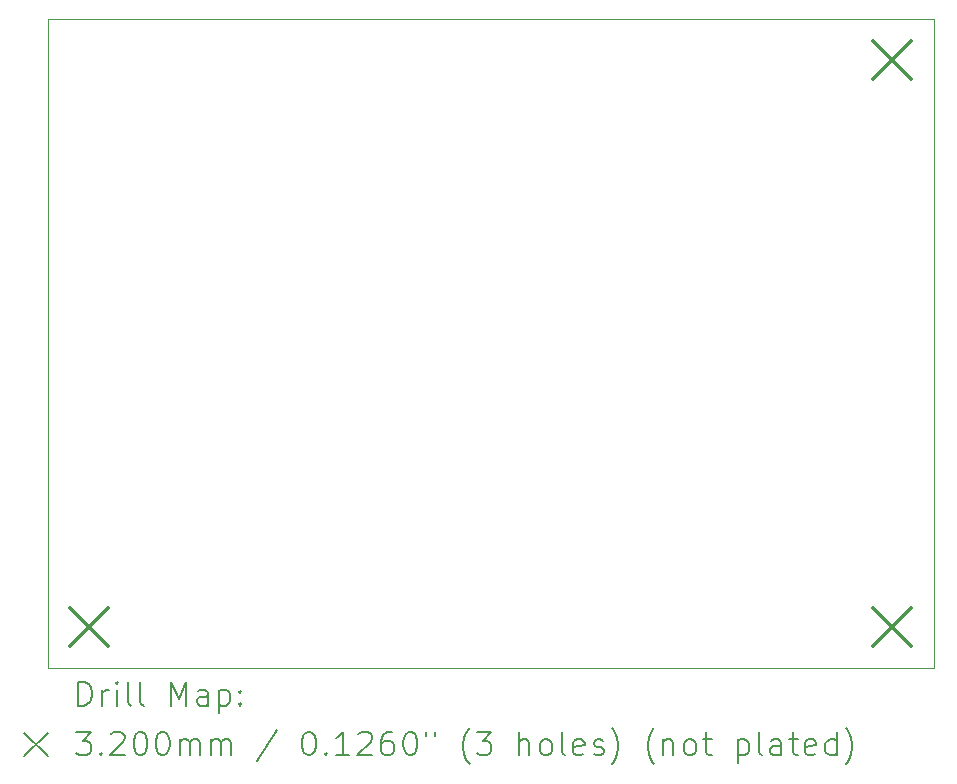
<source format=gbr>
%TF.GenerationSoftware,KiCad,Pcbnew,8.0.9*%
%TF.CreationDate,2025-07-12T12:55:14+02:00*%
%TF.ProjectId,OBD_Circuit,4f42445f-4369-4726-9375-69742e6b6963,rev?*%
%TF.SameCoordinates,Original*%
%TF.FileFunction,Drillmap*%
%TF.FilePolarity,Positive*%
%FSLAX45Y45*%
G04 Gerber Fmt 4.5, Leading zero omitted, Abs format (unit mm)*
G04 Created by KiCad (PCBNEW 8.0.9) date 2025-07-12 12:55:14*
%MOMM*%
%LPD*%
G01*
G04 APERTURE LIST*
%ADD10C,0.050000*%
%ADD11C,0.200000*%
%ADD12C,0.320000*%
G04 APERTURE END LIST*
D10*
X12000000Y-7000000D02*
X19500000Y-7000000D01*
X19500000Y-12500000D01*
X12000000Y-12500000D01*
X12000000Y-7000000D01*
D11*
D12*
X12190000Y-11990000D02*
X12510000Y-12310000D01*
X12510000Y-11990000D02*
X12190000Y-12310000D01*
X18990000Y-7190000D02*
X19310000Y-7510000D01*
X19310000Y-7190000D02*
X18990000Y-7510000D01*
X18990000Y-11990000D02*
X19310000Y-12310000D01*
X19310000Y-11990000D02*
X18990000Y-12310000D01*
D11*
X12258277Y-12813984D02*
X12258277Y-12613984D01*
X12258277Y-12613984D02*
X12305896Y-12613984D01*
X12305896Y-12613984D02*
X12334467Y-12623508D01*
X12334467Y-12623508D02*
X12353515Y-12642555D01*
X12353515Y-12642555D02*
X12363039Y-12661603D01*
X12363039Y-12661603D02*
X12372562Y-12699698D01*
X12372562Y-12699698D02*
X12372562Y-12728269D01*
X12372562Y-12728269D02*
X12363039Y-12766365D01*
X12363039Y-12766365D02*
X12353515Y-12785412D01*
X12353515Y-12785412D02*
X12334467Y-12804460D01*
X12334467Y-12804460D02*
X12305896Y-12813984D01*
X12305896Y-12813984D02*
X12258277Y-12813984D01*
X12458277Y-12813984D02*
X12458277Y-12680650D01*
X12458277Y-12718746D02*
X12467801Y-12699698D01*
X12467801Y-12699698D02*
X12477324Y-12690174D01*
X12477324Y-12690174D02*
X12496372Y-12680650D01*
X12496372Y-12680650D02*
X12515420Y-12680650D01*
X12582086Y-12813984D02*
X12582086Y-12680650D01*
X12582086Y-12613984D02*
X12572562Y-12623508D01*
X12572562Y-12623508D02*
X12582086Y-12633031D01*
X12582086Y-12633031D02*
X12591610Y-12623508D01*
X12591610Y-12623508D02*
X12582086Y-12613984D01*
X12582086Y-12613984D02*
X12582086Y-12633031D01*
X12705896Y-12813984D02*
X12686848Y-12804460D01*
X12686848Y-12804460D02*
X12677324Y-12785412D01*
X12677324Y-12785412D02*
X12677324Y-12613984D01*
X12810658Y-12813984D02*
X12791610Y-12804460D01*
X12791610Y-12804460D02*
X12782086Y-12785412D01*
X12782086Y-12785412D02*
X12782086Y-12613984D01*
X13039229Y-12813984D02*
X13039229Y-12613984D01*
X13039229Y-12613984D02*
X13105896Y-12756841D01*
X13105896Y-12756841D02*
X13172562Y-12613984D01*
X13172562Y-12613984D02*
X13172562Y-12813984D01*
X13353515Y-12813984D02*
X13353515Y-12709222D01*
X13353515Y-12709222D02*
X13343991Y-12690174D01*
X13343991Y-12690174D02*
X13324943Y-12680650D01*
X13324943Y-12680650D02*
X13286848Y-12680650D01*
X13286848Y-12680650D02*
X13267801Y-12690174D01*
X13353515Y-12804460D02*
X13334467Y-12813984D01*
X13334467Y-12813984D02*
X13286848Y-12813984D01*
X13286848Y-12813984D02*
X13267801Y-12804460D01*
X13267801Y-12804460D02*
X13258277Y-12785412D01*
X13258277Y-12785412D02*
X13258277Y-12766365D01*
X13258277Y-12766365D02*
X13267801Y-12747317D01*
X13267801Y-12747317D02*
X13286848Y-12737793D01*
X13286848Y-12737793D02*
X13334467Y-12737793D01*
X13334467Y-12737793D02*
X13353515Y-12728269D01*
X13448753Y-12680650D02*
X13448753Y-12880650D01*
X13448753Y-12690174D02*
X13467801Y-12680650D01*
X13467801Y-12680650D02*
X13505896Y-12680650D01*
X13505896Y-12680650D02*
X13524943Y-12690174D01*
X13524943Y-12690174D02*
X13534467Y-12699698D01*
X13534467Y-12699698D02*
X13543991Y-12718746D01*
X13543991Y-12718746D02*
X13543991Y-12775888D01*
X13543991Y-12775888D02*
X13534467Y-12794936D01*
X13534467Y-12794936D02*
X13524943Y-12804460D01*
X13524943Y-12804460D02*
X13505896Y-12813984D01*
X13505896Y-12813984D02*
X13467801Y-12813984D01*
X13467801Y-12813984D02*
X13448753Y-12804460D01*
X13629705Y-12794936D02*
X13639229Y-12804460D01*
X13639229Y-12804460D02*
X13629705Y-12813984D01*
X13629705Y-12813984D02*
X13620182Y-12804460D01*
X13620182Y-12804460D02*
X13629705Y-12794936D01*
X13629705Y-12794936D02*
X13629705Y-12813984D01*
X13629705Y-12690174D02*
X13639229Y-12699698D01*
X13639229Y-12699698D02*
X13629705Y-12709222D01*
X13629705Y-12709222D02*
X13620182Y-12699698D01*
X13620182Y-12699698D02*
X13629705Y-12690174D01*
X13629705Y-12690174D02*
X13629705Y-12709222D01*
X11797500Y-13042500D02*
X11997500Y-13242500D01*
X11997500Y-13042500D02*
X11797500Y-13242500D01*
X12239229Y-13033984D02*
X12363039Y-13033984D01*
X12363039Y-13033984D02*
X12296372Y-13110174D01*
X12296372Y-13110174D02*
X12324943Y-13110174D01*
X12324943Y-13110174D02*
X12343991Y-13119698D01*
X12343991Y-13119698D02*
X12353515Y-13129222D01*
X12353515Y-13129222D02*
X12363039Y-13148269D01*
X12363039Y-13148269D02*
X12363039Y-13195888D01*
X12363039Y-13195888D02*
X12353515Y-13214936D01*
X12353515Y-13214936D02*
X12343991Y-13224460D01*
X12343991Y-13224460D02*
X12324943Y-13233984D01*
X12324943Y-13233984D02*
X12267801Y-13233984D01*
X12267801Y-13233984D02*
X12248753Y-13224460D01*
X12248753Y-13224460D02*
X12239229Y-13214936D01*
X12448753Y-13214936D02*
X12458277Y-13224460D01*
X12458277Y-13224460D02*
X12448753Y-13233984D01*
X12448753Y-13233984D02*
X12439229Y-13224460D01*
X12439229Y-13224460D02*
X12448753Y-13214936D01*
X12448753Y-13214936D02*
X12448753Y-13233984D01*
X12534467Y-13053031D02*
X12543991Y-13043508D01*
X12543991Y-13043508D02*
X12563039Y-13033984D01*
X12563039Y-13033984D02*
X12610658Y-13033984D01*
X12610658Y-13033984D02*
X12629705Y-13043508D01*
X12629705Y-13043508D02*
X12639229Y-13053031D01*
X12639229Y-13053031D02*
X12648753Y-13072079D01*
X12648753Y-13072079D02*
X12648753Y-13091127D01*
X12648753Y-13091127D02*
X12639229Y-13119698D01*
X12639229Y-13119698D02*
X12524943Y-13233984D01*
X12524943Y-13233984D02*
X12648753Y-13233984D01*
X12772562Y-13033984D02*
X12791610Y-13033984D01*
X12791610Y-13033984D02*
X12810658Y-13043508D01*
X12810658Y-13043508D02*
X12820182Y-13053031D01*
X12820182Y-13053031D02*
X12829705Y-13072079D01*
X12829705Y-13072079D02*
X12839229Y-13110174D01*
X12839229Y-13110174D02*
X12839229Y-13157793D01*
X12839229Y-13157793D02*
X12829705Y-13195888D01*
X12829705Y-13195888D02*
X12820182Y-13214936D01*
X12820182Y-13214936D02*
X12810658Y-13224460D01*
X12810658Y-13224460D02*
X12791610Y-13233984D01*
X12791610Y-13233984D02*
X12772562Y-13233984D01*
X12772562Y-13233984D02*
X12753515Y-13224460D01*
X12753515Y-13224460D02*
X12743991Y-13214936D01*
X12743991Y-13214936D02*
X12734467Y-13195888D01*
X12734467Y-13195888D02*
X12724943Y-13157793D01*
X12724943Y-13157793D02*
X12724943Y-13110174D01*
X12724943Y-13110174D02*
X12734467Y-13072079D01*
X12734467Y-13072079D02*
X12743991Y-13053031D01*
X12743991Y-13053031D02*
X12753515Y-13043508D01*
X12753515Y-13043508D02*
X12772562Y-13033984D01*
X12963039Y-13033984D02*
X12982086Y-13033984D01*
X12982086Y-13033984D02*
X13001134Y-13043508D01*
X13001134Y-13043508D02*
X13010658Y-13053031D01*
X13010658Y-13053031D02*
X13020182Y-13072079D01*
X13020182Y-13072079D02*
X13029705Y-13110174D01*
X13029705Y-13110174D02*
X13029705Y-13157793D01*
X13029705Y-13157793D02*
X13020182Y-13195888D01*
X13020182Y-13195888D02*
X13010658Y-13214936D01*
X13010658Y-13214936D02*
X13001134Y-13224460D01*
X13001134Y-13224460D02*
X12982086Y-13233984D01*
X12982086Y-13233984D02*
X12963039Y-13233984D01*
X12963039Y-13233984D02*
X12943991Y-13224460D01*
X12943991Y-13224460D02*
X12934467Y-13214936D01*
X12934467Y-13214936D02*
X12924943Y-13195888D01*
X12924943Y-13195888D02*
X12915420Y-13157793D01*
X12915420Y-13157793D02*
X12915420Y-13110174D01*
X12915420Y-13110174D02*
X12924943Y-13072079D01*
X12924943Y-13072079D02*
X12934467Y-13053031D01*
X12934467Y-13053031D02*
X12943991Y-13043508D01*
X12943991Y-13043508D02*
X12963039Y-13033984D01*
X13115420Y-13233984D02*
X13115420Y-13100650D01*
X13115420Y-13119698D02*
X13124943Y-13110174D01*
X13124943Y-13110174D02*
X13143991Y-13100650D01*
X13143991Y-13100650D02*
X13172563Y-13100650D01*
X13172563Y-13100650D02*
X13191610Y-13110174D01*
X13191610Y-13110174D02*
X13201134Y-13129222D01*
X13201134Y-13129222D02*
X13201134Y-13233984D01*
X13201134Y-13129222D02*
X13210658Y-13110174D01*
X13210658Y-13110174D02*
X13229705Y-13100650D01*
X13229705Y-13100650D02*
X13258277Y-13100650D01*
X13258277Y-13100650D02*
X13277324Y-13110174D01*
X13277324Y-13110174D02*
X13286848Y-13129222D01*
X13286848Y-13129222D02*
X13286848Y-13233984D01*
X13382086Y-13233984D02*
X13382086Y-13100650D01*
X13382086Y-13119698D02*
X13391610Y-13110174D01*
X13391610Y-13110174D02*
X13410658Y-13100650D01*
X13410658Y-13100650D02*
X13439229Y-13100650D01*
X13439229Y-13100650D02*
X13458277Y-13110174D01*
X13458277Y-13110174D02*
X13467801Y-13129222D01*
X13467801Y-13129222D02*
X13467801Y-13233984D01*
X13467801Y-13129222D02*
X13477324Y-13110174D01*
X13477324Y-13110174D02*
X13496372Y-13100650D01*
X13496372Y-13100650D02*
X13524943Y-13100650D01*
X13524943Y-13100650D02*
X13543991Y-13110174D01*
X13543991Y-13110174D02*
X13553515Y-13129222D01*
X13553515Y-13129222D02*
X13553515Y-13233984D01*
X13943991Y-13024460D02*
X13772563Y-13281603D01*
X14201134Y-13033984D02*
X14220182Y-13033984D01*
X14220182Y-13033984D02*
X14239229Y-13043508D01*
X14239229Y-13043508D02*
X14248753Y-13053031D01*
X14248753Y-13053031D02*
X14258277Y-13072079D01*
X14258277Y-13072079D02*
X14267801Y-13110174D01*
X14267801Y-13110174D02*
X14267801Y-13157793D01*
X14267801Y-13157793D02*
X14258277Y-13195888D01*
X14258277Y-13195888D02*
X14248753Y-13214936D01*
X14248753Y-13214936D02*
X14239229Y-13224460D01*
X14239229Y-13224460D02*
X14220182Y-13233984D01*
X14220182Y-13233984D02*
X14201134Y-13233984D01*
X14201134Y-13233984D02*
X14182086Y-13224460D01*
X14182086Y-13224460D02*
X14172563Y-13214936D01*
X14172563Y-13214936D02*
X14163039Y-13195888D01*
X14163039Y-13195888D02*
X14153515Y-13157793D01*
X14153515Y-13157793D02*
X14153515Y-13110174D01*
X14153515Y-13110174D02*
X14163039Y-13072079D01*
X14163039Y-13072079D02*
X14172563Y-13053031D01*
X14172563Y-13053031D02*
X14182086Y-13043508D01*
X14182086Y-13043508D02*
X14201134Y-13033984D01*
X14353515Y-13214936D02*
X14363039Y-13224460D01*
X14363039Y-13224460D02*
X14353515Y-13233984D01*
X14353515Y-13233984D02*
X14343991Y-13224460D01*
X14343991Y-13224460D02*
X14353515Y-13214936D01*
X14353515Y-13214936D02*
X14353515Y-13233984D01*
X14553515Y-13233984D02*
X14439229Y-13233984D01*
X14496372Y-13233984D02*
X14496372Y-13033984D01*
X14496372Y-13033984D02*
X14477325Y-13062555D01*
X14477325Y-13062555D02*
X14458277Y-13081603D01*
X14458277Y-13081603D02*
X14439229Y-13091127D01*
X14629706Y-13053031D02*
X14639229Y-13043508D01*
X14639229Y-13043508D02*
X14658277Y-13033984D01*
X14658277Y-13033984D02*
X14705896Y-13033984D01*
X14705896Y-13033984D02*
X14724944Y-13043508D01*
X14724944Y-13043508D02*
X14734467Y-13053031D01*
X14734467Y-13053031D02*
X14743991Y-13072079D01*
X14743991Y-13072079D02*
X14743991Y-13091127D01*
X14743991Y-13091127D02*
X14734467Y-13119698D01*
X14734467Y-13119698D02*
X14620182Y-13233984D01*
X14620182Y-13233984D02*
X14743991Y-13233984D01*
X14915420Y-13033984D02*
X14877325Y-13033984D01*
X14877325Y-13033984D02*
X14858277Y-13043508D01*
X14858277Y-13043508D02*
X14848753Y-13053031D01*
X14848753Y-13053031D02*
X14829706Y-13081603D01*
X14829706Y-13081603D02*
X14820182Y-13119698D01*
X14820182Y-13119698D02*
X14820182Y-13195888D01*
X14820182Y-13195888D02*
X14829706Y-13214936D01*
X14829706Y-13214936D02*
X14839229Y-13224460D01*
X14839229Y-13224460D02*
X14858277Y-13233984D01*
X14858277Y-13233984D02*
X14896372Y-13233984D01*
X14896372Y-13233984D02*
X14915420Y-13224460D01*
X14915420Y-13224460D02*
X14924944Y-13214936D01*
X14924944Y-13214936D02*
X14934467Y-13195888D01*
X14934467Y-13195888D02*
X14934467Y-13148269D01*
X14934467Y-13148269D02*
X14924944Y-13129222D01*
X14924944Y-13129222D02*
X14915420Y-13119698D01*
X14915420Y-13119698D02*
X14896372Y-13110174D01*
X14896372Y-13110174D02*
X14858277Y-13110174D01*
X14858277Y-13110174D02*
X14839229Y-13119698D01*
X14839229Y-13119698D02*
X14829706Y-13129222D01*
X14829706Y-13129222D02*
X14820182Y-13148269D01*
X15058277Y-13033984D02*
X15077325Y-13033984D01*
X15077325Y-13033984D02*
X15096372Y-13043508D01*
X15096372Y-13043508D02*
X15105896Y-13053031D01*
X15105896Y-13053031D02*
X15115420Y-13072079D01*
X15115420Y-13072079D02*
X15124944Y-13110174D01*
X15124944Y-13110174D02*
X15124944Y-13157793D01*
X15124944Y-13157793D02*
X15115420Y-13195888D01*
X15115420Y-13195888D02*
X15105896Y-13214936D01*
X15105896Y-13214936D02*
X15096372Y-13224460D01*
X15096372Y-13224460D02*
X15077325Y-13233984D01*
X15077325Y-13233984D02*
X15058277Y-13233984D01*
X15058277Y-13233984D02*
X15039229Y-13224460D01*
X15039229Y-13224460D02*
X15029706Y-13214936D01*
X15029706Y-13214936D02*
X15020182Y-13195888D01*
X15020182Y-13195888D02*
X15010658Y-13157793D01*
X15010658Y-13157793D02*
X15010658Y-13110174D01*
X15010658Y-13110174D02*
X15020182Y-13072079D01*
X15020182Y-13072079D02*
X15029706Y-13053031D01*
X15029706Y-13053031D02*
X15039229Y-13043508D01*
X15039229Y-13043508D02*
X15058277Y-13033984D01*
X15201134Y-13033984D02*
X15201134Y-13072079D01*
X15277325Y-13033984D02*
X15277325Y-13072079D01*
X15572563Y-13310174D02*
X15563039Y-13300650D01*
X15563039Y-13300650D02*
X15543991Y-13272079D01*
X15543991Y-13272079D02*
X15534468Y-13253031D01*
X15534468Y-13253031D02*
X15524944Y-13224460D01*
X15524944Y-13224460D02*
X15515420Y-13176841D01*
X15515420Y-13176841D02*
X15515420Y-13138746D01*
X15515420Y-13138746D02*
X15524944Y-13091127D01*
X15524944Y-13091127D02*
X15534468Y-13062555D01*
X15534468Y-13062555D02*
X15543991Y-13043508D01*
X15543991Y-13043508D02*
X15563039Y-13014936D01*
X15563039Y-13014936D02*
X15572563Y-13005412D01*
X15629706Y-13033984D02*
X15753515Y-13033984D01*
X15753515Y-13033984D02*
X15686848Y-13110174D01*
X15686848Y-13110174D02*
X15715420Y-13110174D01*
X15715420Y-13110174D02*
X15734468Y-13119698D01*
X15734468Y-13119698D02*
X15743991Y-13129222D01*
X15743991Y-13129222D02*
X15753515Y-13148269D01*
X15753515Y-13148269D02*
X15753515Y-13195888D01*
X15753515Y-13195888D02*
X15743991Y-13214936D01*
X15743991Y-13214936D02*
X15734468Y-13224460D01*
X15734468Y-13224460D02*
X15715420Y-13233984D01*
X15715420Y-13233984D02*
X15658277Y-13233984D01*
X15658277Y-13233984D02*
X15639229Y-13224460D01*
X15639229Y-13224460D02*
X15629706Y-13214936D01*
X15991610Y-13233984D02*
X15991610Y-13033984D01*
X16077325Y-13233984D02*
X16077325Y-13129222D01*
X16077325Y-13129222D02*
X16067801Y-13110174D01*
X16067801Y-13110174D02*
X16048753Y-13100650D01*
X16048753Y-13100650D02*
X16020182Y-13100650D01*
X16020182Y-13100650D02*
X16001134Y-13110174D01*
X16001134Y-13110174D02*
X15991610Y-13119698D01*
X16201134Y-13233984D02*
X16182087Y-13224460D01*
X16182087Y-13224460D02*
X16172563Y-13214936D01*
X16172563Y-13214936D02*
X16163039Y-13195888D01*
X16163039Y-13195888D02*
X16163039Y-13138746D01*
X16163039Y-13138746D02*
X16172563Y-13119698D01*
X16172563Y-13119698D02*
X16182087Y-13110174D01*
X16182087Y-13110174D02*
X16201134Y-13100650D01*
X16201134Y-13100650D02*
X16229706Y-13100650D01*
X16229706Y-13100650D02*
X16248753Y-13110174D01*
X16248753Y-13110174D02*
X16258277Y-13119698D01*
X16258277Y-13119698D02*
X16267801Y-13138746D01*
X16267801Y-13138746D02*
X16267801Y-13195888D01*
X16267801Y-13195888D02*
X16258277Y-13214936D01*
X16258277Y-13214936D02*
X16248753Y-13224460D01*
X16248753Y-13224460D02*
X16229706Y-13233984D01*
X16229706Y-13233984D02*
X16201134Y-13233984D01*
X16382087Y-13233984D02*
X16363039Y-13224460D01*
X16363039Y-13224460D02*
X16353515Y-13205412D01*
X16353515Y-13205412D02*
X16353515Y-13033984D01*
X16534468Y-13224460D02*
X16515420Y-13233984D01*
X16515420Y-13233984D02*
X16477325Y-13233984D01*
X16477325Y-13233984D02*
X16458277Y-13224460D01*
X16458277Y-13224460D02*
X16448753Y-13205412D01*
X16448753Y-13205412D02*
X16448753Y-13129222D01*
X16448753Y-13129222D02*
X16458277Y-13110174D01*
X16458277Y-13110174D02*
X16477325Y-13100650D01*
X16477325Y-13100650D02*
X16515420Y-13100650D01*
X16515420Y-13100650D02*
X16534468Y-13110174D01*
X16534468Y-13110174D02*
X16543991Y-13129222D01*
X16543991Y-13129222D02*
X16543991Y-13148269D01*
X16543991Y-13148269D02*
X16448753Y-13167317D01*
X16620182Y-13224460D02*
X16639230Y-13233984D01*
X16639230Y-13233984D02*
X16677325Y-13233984D01*
X16677325Y-13233984D02*
X16696372Y-13224460D01*
X16696372Y-13224460D02*
X16705896Y-13205412D01*
X16705896Y-13205412D02*
X16705896Y-13195888D01*
X16705896Y-13195888D02*
X16696372Y-13176841D01*
X16696372Y-13176841D02*
X16677325Y-13167317D01*
X16677325Y-13167317D02*
X16648753Y-13167317D01*
X16648753Y-13167317D02*
X16629706Y-13157793D01*
X16629706Y-13157793D02*
X16620182Y-13138746D01*
X16620182Y-13138746D02*
X16620182Y-13129222D01*
X16620182Y-13129222D02*
X16629706Y-13110174D01*
X16629706Y-13110174D02*
X16648753Y-13100650D01*
X16648753Y-13100650D02*
X16677325Y-13100650D01*
X16677325Y-13100650D02*
X16696372Y-13110174D01*
X16772563Y-13310174D02*
X16782087Y-13300650D01*
X16782087Y-13300650D02*
X16801134Y-13272079D01*
X16801134Y-13272079D02*
X16810658Y-13253031D01*
X16810658Y-13253031D02*
X16820182Y-13224460D01*
X16820182Y-13224460D02*
X16829706Y-13176841D01*
X16829706Y-13176841D02*
X16829706Y-13138746D01*
X16829706Y-13138746D02*
X16820182Y-13091127D01*
X16820182Y-13091127D02*
X16810658Y-13062555D01*
X16810658Y-13062555D02*
X16801134Y-13043508D01*
X16801134Y-13043508D02*
X16782087Y-13014936D01*
X16782087Y-13014936D02*
X16772563Y-13005412D01*
X17134468Y-13310174D02*
X17124944Y-13300650D01*
X17124944Y-13300650D02*
X17105896Y-13272079D01*
X17105896Y-13272079D02*
X17096373Y-13253031D01*
X17096373Y-13253031D02*
X17086849Y-13224460D01*
X17086849Y-13224460D02*
X17077325Y-13176841D01*
X17077325Y-13176841D02*
X17077325Y-13138746D01*
X17077325Y-13138746D02*
X17086849Y-13091127D01*
X17086849Y-13091127D02*
X17096373Y-13062555D01*
X17096373Y-13062555D02*
X17105896Y-13043508D01*
X17105896Y-13043508D02*
X17124944Y-13014936D01*
X17124944Y-13014936D02*
X17134468Y-13005412D01*
X17210658Y-13100650D02*
X17210658Y-13233984D01*
X17210658Y-13119698D02*
X17220182Y-13110174D01*
X17220182Y-13110174D02*
X17239230Y-13100650D01*
X17239230Y-13100650D02*
X17267801Y-13100650D01*
X17267801Y-13100650D02*
X17286849Y-13110174D01*
X17286849Y-13110174D02*
X17296373Y-13129222D01*
X17296373Y-13129222D02*
X17296373Y-13233984D01*
X17420182Y-13233984D02*
X17401134Y-13224460D01*
X17401134Y-13224460D02*
X17391611Y-13214936D01*
X17391611Y-13214936D02*
X17382087Y-13195888D01*
X17382087Y-13195888D02*
X17382087Y-13138746D01*
X17382087Y-13138746D02*
X17391611Y-13119698D01*
X17391611Y-13119698D02*
X17401134Y-13110174D01*
X17401134Y-13110174D02*
X17420182Y-13100650D01*
X17420182Y-13100650D02*
X17448754Y-13100650D01*
X17448754Y-13100650D02*
X17467801Y-13110174D01*
X17467801Y-13110174D02*
X17477325Y-13119698D01*
X17477325Y-13119698D02*
X17486849Y-13138746D01*
X17486849Y-13138746D02*
X17486849Y-13195888D01*
X17486849Y-13195888D02*
X17477325Y-13214936D01*
X17477325Y-13214936D02*
X17467801Y-13224460D01*
X17467801Y-13224460D02*
X17448754Y-13233984D01*
X17448754Y-13233984D02*
X17420182Y-13233984D01*
X17543992Y-13100650D02*
X17620182Y-13100650D01*
X17572563Y-13033984D02*
X17572563Y-13205412D01*
X17572563Y-13205412D02*
X17582087Y-13224460D01*
X17582087Y-13224460D02*
X17601134Y-13233984D01*
X17601134Y-13233984D02*
X17620182Y-13233984D01*
X17839230Y-13100650D02*
X17839230Y-13300650D01*
X17839230Y-13110174D02*
X17858277Y-13100650D01*
X17858277Y-13100650D02*
X17896373Y-13100650D01*
X17896373Y-13100650D02*
X17915420Y-13110174D01*
X17915420Y-13110174D02*
X17924944Y-13119698D01*
X17924944Y-13119698D02*
X17934468Y-13138746D01*
X17934468Y-13138746D02*
X17934468Y-13195888D01*
X17934468Y-13195888D02*
X17924944Y-13214936D01*
X17924944Y-13214936D02*
X17915420Y-13224460D01*
X17915420Y-13224460D02*
X17896373Y-13233984D01*
X17896373Y-13233984D02*
X17858277Y-13233984D01*
X17858277Y-13233984D02*
X17839230Y-13224460D01*
X18048754Y-13233984D02*
X18029706Y-13224460D01*
X18029706Y-13224460D02*
X18020182Y-13205412D01*
X18020182Y-13205412D02*
X18020182Y-13033984D01*
X18210658Y-13233984D02*
X18210658Y-13129222D01*
X18210658Y-13129222D02*
X18201135Y-13110174D01*
X18201135Y-13110174D02*
X18182087Y-13100650D01*
X18182087Y-13100650D02*
X18143992Y-13100650D01*
X18143992Y-13100650D02*
X18124944Y-13110174D01*
X18210658Y-13224460D02*
X18191611Y-13233984D01*
X18191611Y-13233984D02*
X18143992Y-13233984D01*
X18143992Y-13233984D02*
X18124944Y-13224460D01*
X18124944Y-13224460D02*
X18115420Y-13205412D01*
X18115420Y-13205412D02*
X18115420Y-13186365D01*
X18115420Y-13186365D02*
X18124944Y-13167317D01*
X18124944Y-13167317D02*
X18143992Y-13157793D01*
X18143992Y-13157793D02*
X18191611Y-13157793D01*
X18191611Y-13157793D02*
X18210658Y-13148269D01*
X18277325Y-13100650D02*
X18353515Y-13100650D01*
X18305896Y-13033984D02*
X18305896Y-13205412D01*
X18305896Y-13205412D02*
X18315420Y-13224460D01*
X18315420Y-13224460D02*
X18334468Y-13233984D01*
X18334468Y-13233984D02*
X18353515Y-13233984D01*
X18496373Y-13224460D02*
X18477325Y-13233984D01*
X18477325Y-13233984D02*
X18439230Y-13233984D01*
X18439230Y-13233984D02*
X18420182Y-13224460D01*
X18420182Y-13224460D02*
X18410658Y-13205412D01*
X18410658Y-13205412D02*
X18410658Y-13129222D01*
X18410658Y-13129222D02*
X18420182Y-13110174D01*
X18420182Y-13110174D02*
X18439230Y-13100650D01*
X18439230Y-13100650D02*
X18477325Y-13100650D01*
X18477325Y-13100650D02*
X18496373Y-13110174D01*
X18496373Y-13110174D02*
X18505896Y-13129222D01*
X18505896Y-13129222D02*
X18505896Y-13148269D01*
X18505896Y-13148269D02*
X18410658Y-13167317D01*
X18677325Y-13233984D02*
X18677325Y-13033984D01*
X18677325Y-13224460D02*
X18658277Y-13233984D01*
X18658277Y-13233984D02*
X18620182Y-13233984D01*
X18620182Y-13233984D02*
X18601135Y-13224460D01*
X18601135Y-13224460D02*
X18591611Y-13214936D01*
X18591611Y-13214936D02*
X18582087Y-13195888D01*
X18582087Y-13195888D02*
X18582087Y-13138746D01*
X18582087Y-13138746D02*
X18591611Y-13119698D01*
X18591611Y-13119698D02*
X18601135Y-13110174D01*
X18601135Y-13110174D02*
X18620182Y-13100650D01*
X18620182Y-13100650D02*
X18658277Y-13100650D01*
X18658277Y-13100650D02*
X18677325Y-13110174D01*
X18753516Y-13310174D02*
X18763039Y-13300650D01*
X18763039Y-13300650D02*
X18782087Y-13272079D01*
X18782087Y-13272079D02*
X18791611Y-13253031D01*
X18791611Y-13253031D02*
X18801135Y-13224460D01*
X18801135Y-13224460D02*
X18810658Y-13176841D01*
X18810658Y-13176841D02*
X18810658Y-13138746D01*
X18810658Y-13138746D02*
X18801135Y-13091127D01*
X18801135Y-13091127D02*
X18791611Y-13062555D01*
X18791611Y-13062555D02*
X18782087Y-13043508D01*
X18782087Y-13043508D02*
X18763039Y-13014936D01*
X18763039Y-13014936D02*
X18753516Y-13005412D01*
M02*

</source>
